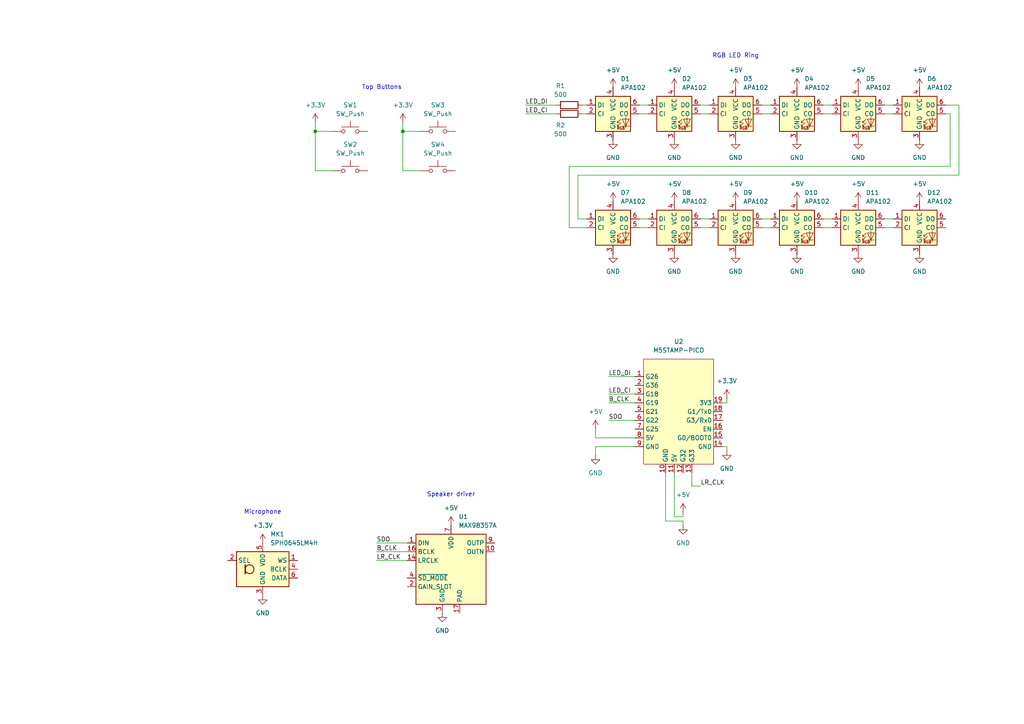
<source format=kicad_sch>
(kicad_sch (version 20231120) (generator "eeschema") (generator_version "8.0")
  (paper "A4")
  (title_block (title "Echo ESPHome"))
  (lib_symbols
    (symbol "Audio:MAX98357A"
      (property "Reference" "U" (at -8.89 11.43 0))
      (property "Value" "MAX98357A" (at 10.16 11.43 0))
      (symbol "MAX98357A_1_1"
        (rectangle (start -10.16 10.16) (end 10.16 -10.16) (stroke (width 0.254)) (fill (type background)))
        (pin input line (at -12.7 7.62 0) (length 2.54) (name "DIN") (number "1"))
        (pin output line (at 12.7 5.08 180) (length 2.54) (name "OUTN") (number "10"))
        (pin passive line (at -2.54 -12.7 90) (length 2.54) hide (name "GND") (number "11"))
        (pin no_connect line (at 10.16 -5.08 180) (length 2.54) hide (name "NC") (number "12"))
        (pin no_connect line (at 10.16 -7.62 180) (length 2.54) hide (name "NC") (number "13"))
        (pin input line (at -12.7 2.54 0) (length 2.54) (name "LRCLK") (number "14"))
        (pin passive line (at -2.54 -12.7 90) (length 2.54) hide (name "GND") (number "15"))
        (pin input line (at -12.7 5.08 0) (length 2.54) (name "BCLK") (number "16"))
        (pin unspecified line (at 2.54 -12.7 90) (length 2.54) (name "PAD") (number "17"))
        (pin passive line (at -12.7 -5.08 0) (length 2.54) (name "GAIN_SLOT") (number "2"))
        (pin power_in line (at -2.54 -12.7 90) (length 2.54) (name "GND") (number "3"))
        (pin input line (at -12.7 -2.54 0) (length 2.54) (name "~{SD_MODE}") (number "4"))
        (pin no_connect line (at 10.16 2.54 180) (length 2.54) hide (name "NC") (number "5"))
        (pin no_connect line (at 10.16 0 180) (length 2.54) hide (name "NC") (number "6"))
        (pin power_in line (at 0 12.7 270) (length 2.54) (name "VDD") (number "7"))
        (pin passive line (at 0 12.7 270) (length 2.54) hide (name "VDD") (number "8"))
        (pin output line (at 12.7 7.62 180) (length 2.54) (name "OUTP") (number "9"))
      )
    )
    (symbol "Boad_dev:M5STAMP-PICO"
      (property "Reference" "U" (at 0 20.32 0))
      (property "Value" "M5STAMP-PICO" (at 2.54 13.97 0))
      (symbol "M5STAMP-PICO_0_1"
        (rectangle (start -10.16 19.05) (end 10.16 -11.43) (stroke (width 0.1524)) (fill (type background)))
      )
      (symbol "M5STAMP-PICO_1_1"
        (pin bidirectional line (at -12.7 13.97 0) (length 2.54) (name "G26") (number "1"))
        (pin power_in line (at -3.81 -13.97 90) (length 2.54) (name "GND") (number "10"))
        (pin power_in line (at -1.27 -13.97 90) (length 2.54) (name "5V") (number "11"))
        (pin bidirectional line (at 1.27 -13.97 90) (length 2.54) (name "G32") (number "12"))
        (pin bidirectional line (at 3.81 -13.97 90) (length 2.54) (name "G33") (number "13"))
        (pin power_in line (at 12.7 -6.35 180) (length 2.54) (name "GND") (number "14"))
        (pin bidirectional line (at 12.7 -3.81 180) (length 2.54) (name "G0/BOOT0") (number "15"))
        (pin input line (at 12.7 -1.27 180) (length 2.54) (name "EN") (number "16"))
        (pin bidirectional line (at 12.7 1.27 180) (length 2.54) (name "G3/Rx0") (number "17"))
        (pin bidirectional line (at 12.7 3.81 180) (length 2.54) (name "G1/Tx0") (number "18"))
        (pin power_out line (at 12.7 6.35 180) (length 2.54) (name "3V3") (number "19"))
        (pin bidirectional line (at -12.7 11.43 0) (length 2.54) (name "G36") (number "2"))
        (pin bidirectional line (at -12.7 8.89 0) (length 2.54) (name "G18") (number "3"))
        (pin bidirectional line (at -12.7 6.35 0) (length 2.54) (name "G19") (number "4"))
        (pin bidirectional line (at -12.7 3.81 0) (length 2.54) (name "G21") (number "5"))
        (pin bidirectional line (at -12.7 1.27 0) (length 2.54) (name "G22") (number "6"))
        (pin bidirectional line (at -12.7 -1.27 0) (length 2.54) (name "G25") (number "7"))
        (pin power_in line (at -12.7 -3.81 0) (length 2.54) (name "5V") (number "8"))
        (pin power_in line (at -12.7 -6.35 0) (length 2.54) (name "GND") (number "9"))
      )
    )
    (symbol "Device:R" (pin_numbers hide) (pin_names (offset 0))
      (property "Reference" "R" (at 2.032 0 90))
      (property "Value" "R" (at 0 0 90))
      (symbol "R_0_1"
        (rectangle (start -1.016 -2.54) (end 1.016 2.54) (stroke (width 0.254)))
      )
      (symbol "R_1_1"
        (pin passive line (at 0 3.81 270) (length 1.27) (name "~") (number "1"))
        (pin passive line (at 0 -3.81 90) (length 1.27) (name "~") (number "2"))
      )
    )
    (symbol "LED:APA102"
      (property "Reference" "D" (at 5.08 5.715 0))
      (property "Value" "APA102" (at 1.27 -5.715 0))
      (symbol "APA102_0_0"
        (text "RGB" (at 2.286 -4.191 0) (effects (font (size 0.762 0.762))))
      )
      (symbol "APA102_0_1"
        (polyline (pts (xy 1.27 -3.556) (xy 1.778 -3.556)))
        (polyline (pts (xy 1.27 -2.54) (xy 1.778 -2.54)))
        (polyline (pts (xy 4.699 -3.556) (xy 2.667 -3.556)))
        (polyline (pts (xy 2.286 -2.54) (xy 1.27 -3.556) (xy 1.27 -3.048)))
        (polyline (pts (xy 2.286 -1.524) (xy 1.27 -2.54) (xy 1.27 -2.032)))
        (polyline (pts (xy 3.683 -1.016) (xy 3.683 -3.556) (xy 3.683 -4.064)))
        (polyline (pts (xy 4.699 -1.524) (xy 2.667 -1.524) (xy 3.683 -3.556) (xy 4.699 -1.524)))
        (rectangle (start 5.08 5.08) (end -5.08 -5.08) (stroke (width 0.254)) (fill (type background)))
      )
      (symbol "APA102_1_1"
        (pin input line (at -7.62 2.54 0) (length 2.54) (name "DI") (number "1"))
        (pin input line (at -7.62 0 0) (length 2.54) (name "CI") (number "2"))
        (pin power_in line (at 0 -7.62 90) (length 2.54) (name "GND") (number "3"))
        (pin power_in line (at 0 7.62 270) (length 2.54) (name "VCC") (number "4"))
        (pin output line (at 7.62 0 180) (length 2.54) (name "CO") (number "5"))
        (pin output line (at 7.62 2.54 180) (length 2.54) (name "DO") (number "6"))
      )
    )
    (symbol "Sensor_Audio:SPH0645LM4H"
      (property "Reference" "MK" (at -7.62 6.35 0))
      (property "Value" "SPH0645LM4H" (at 1.27 6.35 0))
      (symbol "SPH0645LM4H_1_1"
        (rectangle (start -7.62 5.08) (end 7.62 -5.08) (stroke (width 0.254)) (fill (type background)))
        (circle (center -3.81 0) (radius 1.27) (stroke (width 0.254)))
        (polyline (pts (xy -5.08 1.27) (xy -5.08 -1.27)) (stroke (width 0.381)))
        (pin input line (at 10.16 2.54 180) (length 2.54) (name "WS") (number "1"))
        (pin input line (at -10.16 2.54 0) (length 2.54) (name "SEL") (number "2"))
        (pin power_in line (at 0 -7.62 90) (length 2.54) (name "GND") (number "3"))
        (pin input line (at 10.16 0 180) (length 2.54) (name "BCLK") (number "4"))
        (pin power_in line (at 0 7.62 270) (length 2.54) (name "VDD") (number "5"))
        (pin output line (at 10.16 -2.54 180) (length 2.54) (name "DATA") (number "6"))
      )
    )
    (symbol "Switch:SW_Push" (pin_numbers hide) (pin_names (offset 1.016) hide)
      (property "Reference" "SW" (at 1.27 2.54 0))
      (property "Value" "SW_Push" (at 0 -1.524 0))
      (symbol "SW_Push_0_1"
        (circle (center -2.032 0) (radius 0.508))
        (polyline (pts (xy 0 1.27) (xy 0 3.048)))
        (polyline (pts (xy 2.54 1.27) (xy -2.54 1.27)))
        (circle (center 2.032 0) (radius 0.508))
        (pin passive line (at -5.08 0 0) (length 2.54) (name "1") (number "1"))
        (pin passive line (at 5.08 0 180) (length 2.54) (name "2") (number "2"))
      )
    )
    (symbol "power:+3.3V" (power) (pin_numbers hide) (pin_names (offset 0) hide)
      (property "Value" "+3.3V" (at 0 3.556 0))
      (symbol "+3.3V_0_1"
        (polyline (pts (xy -0.762 1.27) (xy 0 2.54)))
        (polyline (pts (xy 0 0) (xy 0 2.54)))
        (polyline (pts (xy 0 2.54) (xy 0.762 1.27)))
      )
      (symbol "+3.3V_1_1"
        (pin power_in line (at 0 0 90) (length 0) (name "~") (number "1"))
      )
    )
    (symbol "power:+5V" (power) (pin_numbers hide) (pin_names (offset 0) hide)
      (property "Value" "+5V" (at 0 3.556 0))
      (symbol "+5V_0_1"
        (polyline (pts (xy -0.762 1.27) (xy 0 2.54)))
        (polyline (pts (xy 0 0) (xy 0 2.54)))
        (polyline (pts (xy 0 2.54) (xy 0.762 1.27)))
      )
      (symbol "+5V_1_1"
        (pin power_in line (at 0 0 90) (length 0) (name "~") (number "1"))
      )
    )
    (symbol "power:GND" (power) (pin_numbers hide) (pin_names (offset 0) hide)
      (property "Value" "GND" (at 0 -3.81 0))
      (symbol "GND_0_1"
        (polyline (pts (xy 0 0) (xy 0 -1.27) (xy 1.27 -1.27) (xy 0 -2.54) (xy -1.27 -1.27) (xy 0 -1.27)))
      )
      (symbol "GND_1_1"
        (pin power_in line (at 0 0 270) (length 0) (name "~") (number "1"))
      )
    )
  )
  (junction (at 91.44 38.1))
  (junction (at 116.84 38.1))
  (wire (pts (xy 185.42 30.48) (xy 187.96 30.48)))
  (wire (pts (xy 209.55 129.54) (xy 210.82 129.54)))
  (wire (pts (xy 275.59 48.26) (xy 165.1 48.26)))
  (wire (pts (xy 172.72 124.46) (xy 172.72 127)))
  (wire (pts (xy 170.18 63.5) (xy 167.64 63.5)))
  (wire (pts (xy 185.42 33.02) (xy 187.96 33.02)))
  (wire (pts (xy 256.54 66.04) (xy 259.08 66.04)))
  (wire (pts (xy 238.76 66.04) (xy 241.3 66.04)))
  (wire (pts (xy 109.22 160.02) (xy 118.11 160.02)))
  (wire (pts (xy 198.12 149.86) (xy 198.12 148.59)))
  (wire (pts (xy 203.2 140.97) (xy 200.66 140.97)))
  (wire (pts (xy 165.1 48.26) (xy 165.1 66.04)))
  (wire (pts (xy 203.2 33.02) (xy 205.74 33.02)))
  (wire (pts (xy 172.72 127) (xy 184.15 127)))
  (wire (pts (xy 185.42 63.5) (xy 187.96 63.5)))
  (wire (pts (xy 275.59 33.02) (xy 275.59 48.26)))
  (wire (pts (xy 210.82 116.84) (xy 209.55 116.84)))
  (wire (pts (xy 116.84 35.56) (xy 116.84 38.1)))
  (wire (pts (xy 116.84 38.1) (xy 121.92 38.1)))
  (wire (pts (xy 168.91 33.02) (xy 170.18 33.02)))
  (wire (pts (xy 274.32 30.48) (xy 278.13 30.48)))
  (wire (pts (xy 238.76 30.48) (xy 241.3 30.48)))
  (wire (pts (xy 198.12 151.13) (xy 198.12 152.4)))
  (wire (pts (xy 256.54 63.5) (xy 259.08 63.5)))
  (wire (pts (xy 220.98 30.48) (xy 223.52 30.48)))
  (wire (pts (xy 109.22 162.56) (xy 118.11 162.56)))
  (wire (pts (xy 274.32 33.02) (xy 275.59 33.02)))
  (wire (pts (xy 91.44 49.53) (xy 96.52 49.53)))
  (wire (pts (xy 91.44 35.56) (xy 91.44 38.1)))
  (wire (pts (xy 195.58 137.16) (xy 195.58 149.86)))
  (wire (pts (xy 167.64 50.8) (xy 278.13 50.8)))
  (wire (pts (xy 193.04 151.13) (xy 193.04 137.16)))
  (wire (pts (xy 238.76 33.02) (xy 241.3 33.02)))
  (wire (pts (xy 210.82 129.54) (xy 210.82 130.81)))
  (wire (pts (xy 168.91 30.48) (xy 170.18 30.48)))
  (wire (pts (xy 210.82 115.57) (xy 210.82 116.84)))
  (wire (pts (xy 116.84 49.53) (xy 121.92 49.53)))
  (wire (pts (xy 238.76 63.5) (xy 241.3 63.5)))
  (wire (pts (xy 91.44 38.1) (xy 96.52 38.1)))
  (wire (pts (xy 165.1 66.04) (xy 170.18 66.04)))
  (wire (pts (xy 203.2 63.5) (xy 205.74 63.5)))
  (wire (pts (xy 172.72 132.08) (xy 172.72 129.54)))
  (wire (pts (xy 172.72 129.54) (xy 184.15 129.54)))
  (wire (pts (xy 220.98 63.5) (xy 223.52 63.5)))
  (wire (pts (xy 176.53 114.3) (xy 184.15 114.3)))
  (wire (pts (xy 220.98 66.04) (xy 223.52 66.04)))
  (wire (pts (xy 195.58 149.86) (xy 198.12 149.86)))
  (wire (pts (xy 116.84 38.1) (xy 116.84 49.53)))
  (wire (pts (xy 91.44 38.1) (xy 91.44 49.53)))
  (wire (pts (xy 203.2 66.04) (xy 205.74 66.04)))
  (wire (pts (xy 176.53 109.22) (xy 184.15 109.22)))
  (wire (pts (xy 152.4 30.48) (xy 161.29 30.48)))
  (wire (pts (xy 109.22 157.48) (xy 118.11 157.48)))
  (wire (pts (xy 220.98 33.02) (xy 223.52 33.02)))
  (wire (pts (xy 176.53 121.92) (xy 184.15 121.92)))
  (wire (pts (xy 167.64 63.5) (xy 167.64 50.8)))
  (wire (pts (xy 198.12 151.13) (xy 193.04 151.13)))
  (wire (pts (xy 176.53 116.84) (xy 184.15 116.84)))
  (wire (pts (xy 185.42 66.04) (xy 187.96 66.04)))
  (wire (pts (xy 152.4 33.02) (xy 161.29 33.02)))
  (wire (pts (xy 203.2 30.48) (xy 205.74 30.48)))
  (wire (pts (xy 200.66 140.97) (xy 200.66 137.16)))
  (wire (pts (xy 256.54 30.48) (xy 259.08 30.48)))
  (wire (pts (xy 256.54 33.02) (xy 259.08 33.02)))
  (wire (pts (xy 278.13 50.8) (xy 278.13 30.48)))
  (text "Speaker driver" (at 130.81 143.51 0) (effects (font (size 1.27 1.27))))
  (text "Top Buttons" (at 110.744 25.4 0) (effects (font (size 1.27 1.27))))
  (text "RGB LED Ring" (at 213.36 16.256 0) (effects (font (size 1.27 1.27))))
  (text "Microphone" (at 76.2 148.59 0) (effects (font (size 1.27 1.27))))
  (label "LR_CLK" (at 109.22 162.56 0))
  (label "LED_CI" (at 176.53 114.3 0))
  (label "B_CLK" (at 176.53 116.84 0))
  (label "SDO" (at 176.53 121.92 0))
  (label "LED_DI" (at 176.53 109.22 0))
  (label "B_CLK" (at 109.22 160.02 0))
  (label "SDO" (at 109.22 157.48 0))
  (label "LED_CI" (at 152.4 33.02 0))
  (label "LR_CLK" (at 203.2 140.97 0))
  (label "LED_DI" (at 152.4 30.48 0))
  (symbol (lib_id "power:+5V") (at 248.92 25.4 0) (unit 1)
    (property "Reference" "#PWR015" (effects (hide yes)))
    (property "Value" "+5V" (at 248.92 20.32 0))
    (property "Description" "Power symbol creates a global label with name \"+5V\"" (effects (hide yes)))
  )
  (symbol (lib_id "Switch:SW_Push") (at 101.6 49.53 0) (unit 1)
    (property "Reference" "SW2" (at 101.6 41.91 0))
    (property "Value" "SW_Push" (at 101.6 44.45 0))
    (property "Description" "Push button switch, generic, two pins" (effects (hide yes)))
  )
  (symbol (lib_id "LED:APA102") (at 248.92 66.04 0) (unit 1)
    (property "Reference" "D11" (at 251.1141 55.88 0) (effects (justify left)))
    (property "Value" "APA102" (at 251.1141 58.42 0) (effects (justify left)))
    (property "Footprint" "LED_SMD:LED_RGB_5050-6" (effects (hide yes)))
    (property "Datasheet" "https://www.americanbrightled.com/pdffiles/led-components/plcc/BL-HBGR32L-3-TRB-8.pdf" (effects (hide yes)))
    (property "Description" "RGB LED with integrated controller" (effects (hide yes)))
  )
  (symbol (lib_id "power:+3.3V") (at 76.2 157.48 0) (unit 1)
    (property "Reference" "#PWR032" (effects (hide yes)))
    (property "Value" "+3.3V" (at 76.2 152.4 0))
    (property "Description" "Power symbol creates a global label with name \"+3.3V\"" (effects (hide yes)))
  )
  (symbol (lib_id "power:GND") (at 76.2 172.72 0) (unit 1)
    (property "Reference" "#PWR031" (effects (hide yes)))
    (property "Value" "GND" (at 76.2 177.8 0))
    (property "Description" "Power symbol creates a global label with name \"GND\" , ground" (effects (hide yes)))
  )
  (symbol (lib_id "LED:APA102") (at 195.58 33.02 0) (unit 1)
    (property "Reference" "D2" (at 197.7741 22.86 0) (effects (justify left)))
    (property "Value" "APA102" (at 197.7741 25.4 0) (effects (justify left)))
    (property "Footprint" "LED_SMD:LED_RGB_5050-6" (effects (hide yes)))
    (property "Datasheet" "https://www.americanbrightled.com/pdffiles/led-components/plcc/BL-HBGR32L-3-TRB-8.pdf" (effects (hide yes)))
    (property "Description" "RGB LED with integrated controller" (effects (hide yes)))
  )
  (symbol (lib_id "LED:APA102") (at 213.36 33.02 0) (unit 1)
    (property "Reference" "D3" (at 215.5541 22.86 0) (effects (justify left)))
    (property "Value" "APA102" (at 215.5541 25.4 0) (effects (justify left)))
    (property "Footprint" "LED_SMD:LED_RGB_5050-6" (effects (hide yes)))
    (property "Datasheet" "https://www.americanbrightled.com/pdffiles/led-components/plcc/BL-HBGR32L-3-TRB-8.pdf" (effects (hide yes)))
    (property "Description" "RGB LED with integrated controller" (effects (hide yes)))
  )
  (symbol (lib_id "Boad_dev:M5STAMP-PICO") (at 196.85 123.19 0) (unit 1)
    (property "Reference" "U2" (at 196.85 99.06 0))
    (property "Value" "M5STAMP-PICO" (at 196.85 101.6 0))
    (property "Footprint" "Boad_dev:M5STAMP-PICO" (effects (hide yes)))
    (property "Datasheet" "https://docs.m5stack.com/en/core/stamp_pico" (effects (hide yes)))
  )
  (symbol (lib_id "power:GND") (at 266.7 40.64 0) (unit 1)
    (property "Reference" "#PWR018" (effects (hide yes)))
    (property "Value" "GND" (at 266.7 45.72 0))
    (property "Description" "Power symbol creates a global label with name \"GND\" , ground" (effects (hide yes)))
  )
  (symbol (lib_id "power:+5V") (at 266.7 58.42 0) (unit 1)
    (property "Reference" "#PWR029" (effects (hide yes)))
    (property "Value" "+5V" (at 266.7 53.34 0))
    (property "Description" "Power symbol creates a global label with name \"+5V\"" (effects (hide yes)))
  )
  (symbol (lib_id "LED:APA102") (at 231.14 33.02 0) (unit 1)
    (property "Reference" "D4" (at 233.3341 22.86 0) (effects (justify left)))
    (property "Value" "APA102" (at 233.3341 25.4 0) (effects (justify left)))
    (property "Footprint" "LED_SMD:LED_RGB_5050-6" (effects (hide yes)))
    (property "Datasheet" "https://www.americanbrightled.com/pdffiles/led-components/plcc/BL-HBGR32L-3-TRB-8.pdf" (effects (hide yes)))
    (property "Description" "RGB LED with integrated controller" (effects (hide yes)))
  )
  (symbol (lib_id "power:+5V") (at 172.72 124.46 0) (unit 1)
    (property "Reference" "#PWR05" (effects (hide yes)))
    (property "Value" "+5V" (at 172.72 119.38 0))
    (property "Description" "Power symbol creates a global label with name \"+5V\"" (effects (hide yes)))
  )
  (symbol (lib_id "power:GND") (at 195.58 40.64 0) (unit 1)
    (property "Reference" "#PWR010" (effects (hide yes)))
    (property "Value" "GND" (at 195.58 45.72 0))
    (property "Description" "Power symbol creates a global label with name \"GND\" , ground" (effects (hide yes)))
  )
  (symbol (lib_id "power:+3.3V") (at 210.82 115.57 0) (unit 1)
    (property "Reference" "#PWR033" (effects (hide yes)))
    (property "Value" "+3.3V" (at 210.82 110.49 0))
    (property "Description" "Power symbol creates a global label with name \"+3.3V\"" (effects (hide yes)))
  )
  (symbol (lib_id "power:GND") (at 172.72 132.08 0) (unit 1)
    (property "Reference" "#PWR06" (effects (hide yes)))
    (property "Value" "GND" (at 172.72 137.16 0))
    (property "Description" "Power symbol creates a global label with name \"GND\" , ground" (effects (hide yes)))
  )
  (symbol (lib_id "power:+5V") (at 248.92 58.42 0) (unit 1)
    (property "Reference" "#PWR027" (effects (hide yes)))
    (property "Value" "+5V" (at 248.92 53.34 0))
    (property "Description" "Power symbol creates a global label with name \"+5V\"" (effects (hide yes)))
  )
  (symbol (lib_id "power:+3.3V") (at 116.84 35.56 0) (unit 1)
    (property "Reference" "#PWR036" (effects (hide yes)))
    (property "Value" "+3.3V" (at 116.84 30.48 0))
    (property "Description" "Power symbol creates a global label with name \"+3.3V\"" (effects (hide yes)))
  )
  (symbol (lib_id "power:+5V") (at 177.8 58.42 0) (unit 1)
    (property "Reference" "#PWR019" (effects (hide yes)))
    (property "Value" "+5V" (at 177.8 53.34 0))
    (property "Description" "Power symbol creates a global label with name \"+5V\"" (effects (hide yes)))
  )
  (symbol (lib_id "power:+5V") (at 198.12 148.59 0) (unit 1)
    (property "Reference" "#PWR01" (effects (hide yes)))
    (property "Value" "+5V" (at 198.12 143.51 0))
    (property "Description" "Power symbol creates a global label with name \"+5V\"" (effects (hide yes)))
  )
  (symbol (lib_id "power:GND") (at 177.8 73.66 0) (unit 1)
    (property "Reference" "#PWR020" (effects (hide yes)))
    (property "Value" "GND" (at 177.8 78.74 0))
    (property "Description" "Power symbol creates a global label with name \"GND\" , ground" (effects (hide yes)))
  )
  (symbol (lib_id "power:+3.3V") (at 91.44 35.56 0) (unit 1)
    (property "Reference" "#PWR035" (effects (hide yes)))
    (property "Value" "+3.3V" (at 91.44 30.48 0))
    (property "Description" "Power symbol creates a global label with name \"+3.3V\"" (effects (hide yes)))
  )
  (symbol (lib_id "Switch:SW_Push") (at 101.6 38.1 0) (unit 1)
    (property "Reference" "SW1" (at 101.6 30.48 0))
    (property "Value" "SW_Push" (at 101.6 33.02 0))
    (property "Description" "Push button switch, generic, two pins" (effects (hide yes)))
  )
  (symbol (lib_id "power:GND") (at 128.27 177.8 0) (unit 1)
    (property "Reference" "#PWR03" (effects (hide yes)))
    (property "Value" "GND" (at 128.27 182.88 0))
    (property "Description" "Power symbol creates a global label with name \"GND\" , ground" (effects (hide yes)))
  )
  (symbol (lib_id "LED:APA102") (at 266.7 66.04 0) (unit 1)
    (property "Reference" "D12" (at 268.8941 55.88 0) (effects (justify left)))
    (property "Value" "APA102" (at 268.8941 58.42 0) (effects (justify left)))
    (property "Footprint" "LED_SMD:LED_RGB_5050-6" (effects (hide yes)))
    (property "Datasheet" "https://www.americanbrightled.com/pdffiles/led-components/plcc/BL-HBGR32L-3-TRB-8.pdf" (effects (hide yes)))
    (property "Description" "RGB LED with integrated controller" (effects (hide yes)))
  )
  (symbol (lib_id "power:GND") (at 231.14 73.66 0) (unit 1)
    (property "Reference" "#PWR026" (effects (hide yes)))
    (property "Value" "GND" (at 231.14 78.74 0))
    (property "Description" "Power symbol creates a global label with name \"GND\" , ground" (effects (hide yes)))
  )
  (symbol (lib_id "Switch:SW_Push") (at 127 49.53 0) (unit 1)
    (property "Reference" "SW4" (at 127 41.91 0))
    (property "Value" "SW_Push" (at 127 44.45 0))
    (property "Description" "Push button switch, generic, two pins" (effects (hide yes)))
  )
  (symbol (lib_id "LED:APA102") (at 266.7 33.02 0) (unit 1)
    (property "Reference" "D6" (at 268.8941 22.86 0) (effects (justify left)))
    (property "Value" "APA102" (at 268.8941 25.4 0) (effects (justify left)))
    (property "Footprint" "LED_SMD:LED_RGB_5050-6" (effects (hide yes)))
    (property "Datasheet" "https://www.americanbrightled.com/pdffiles/led-components/plcc/BL-HBGR32L-3-TRB-8.pdf" (effects (hide yes)))
    (property "Description" "RGB LED with integrated controller" (effects (hide yes)))
  )
  (symbol (lib_id "LED:APA102") (at 177.8 66.04 0) (unit 1)
    (property "Reference" "D7" (at 179.9941 55.88 0) (effects (justify left)))
    (property "Value" "APA102" (at 179.9941 58.42 0) (effects (justify left)))
    (property "Footprint" "LED_SMD:LED_RGB_5050-6" (effects (hide yes)))
    (property "Datasheet" "https://www.americanbrightled.com/pdffiles/led-components/plcc/BL-HBGR32L-3-TRB-8.pdf" (effects (hide yes)))
    (property "Description" "RGB LED with integrated controller" (effects (hide yes)))
  )
  (symbol (lib_id "power:GND") (at 198.12 152.4 0) (unit 1)
    (property "Reference" "#PWR034" (effects (hide yes)))
    (property "Value" "GND" (at 198.12 157.48 0))
    (property "Description" "Power symbol creates a global label with name \"GND\" , ground" (effects (hide yes)))
  )
  (symbol (lib_id "power:GND") (at 248.92 40.64 0) (unit 1)
    (property "Reference" "#PWR016" (effects (hide yes)))
    (property "Value" "GND" (at 248.92 45.72 0))
    (property "Description" "Power symbol creates a global label with name \"GND\" , ground" (effects (hide yes)))
  )
  (symbol (lib_id "power:+5V") (at 177.8 25.4 0) (unit 1)
    (property "Reference" "#PWR07" (effects (hide yes)))
    (property "Value" "+5V" (at 177.8 20.32 0))
    (property "Description" "Power symbol creates a global label with name \"+5V\"" (effects (hide yes)))
  )
  (symbol (lib_id "power:GND") (at 248.92 73.66 0) (unit 1)
    (property "Reference" "#PWR028" (effects (hide yes)))
    (property "Value" "GND" (at 248.92 78.74 0))
    (property "Description" "Power symbol creates a global label with name \"GND\" , ground" (effects (hide yes)))
  )
  (symbol (lib_id "Audio:MAX98357A") (at 130.81 165.1 0) (unit 1)
    (property "Reference" "U1" (at 133.0041 149.86 0) (effects (justify left)))
    (property "Value" "MAX98357A" (at 133.0041 152.4 0) (effects (justify left)))
    (property "Footprint" "Package_DFN_QFN:TQFN-16-1EP_3x3mm_P0.5mm_EP1.23x1.23mm" (effects (hide yes)))
    (property "Datasheet" "https://www.analog.com/media/en/technical-documentation/data-sheets/MAX98357A-MAX98357B.pdf" (effects (hide yes)))
    (property "Description" "Mono DAC with amplifier, I2S, PCM, TDM, 32-bit, 96khz, 3.2W, TQFP-16" (effects (hide yes)))
  )
  (symbol (lib_id "power:GND") (at 213.36 40.64 0) (unit 1)
    (property "Reference" "#PWR012" (effects (hide yes)))
    (property "Value" "GND" (at 213.36 45.72 0))
    (property "Description" "Power symbol creates a global label with name \"GND\" , ground" (effects (hide yes)))
  )
  (symbol (lib_id "LED:APA102") (at 231.14 66.04 0) (unit 1)
    (property "Reference" "D10" (at 233.3341 55.88 0) (effects (justify left)))
    (property "Value" "APA102" (at 233.3341 58.42 0) (effects (justify left)))
    (property "Footprint" "LED_SMD:LED_RGB_5050-6" (effects (hide yes)))
    (property "Datasheet" "https://www.americanbrightled.com/pdffiles/led-components/plcc/BL-HBGR32L-3-TRB-8.pdf" (effects (hide yes)))
    (property "Description" "RGB LED with integrated controller" (effects (hide yes)))
  )
  (symbol (lib_id "power:GND") (at 195.58 73.66 0) (unit 1)
    (property "Reference" "#PWR022" (effects (hide yes)))
    (property "Value" "GND" (at 195.58 78.74 0))
    (property "Description" "Power symbol creates a global label with name \"GND\" , ground" (effects (hide yes)))
  )
  (symbol (lib_id "power:GND") (at 210.82 130.81 0) (unit 1)
    (property "Reference" "#PWR04" (effects (hide yes)))
    (property "Value" "GND" (at 210.82 135.89 0))
    (property "Description" "Power symbol creates a global label with name \"GND\" , ground" (effects (hide yes)))
  )
  (symbol (lib_id "power:+5V") (at 213.36 58.42 0) (unit 1)
    (property "Reference" "#PWR023" (effects (hide yes)))
    (property "Value" "+5V" (at 213.36 53.34 0))
    (property "Description" "Power symbol creates a global label with name \"+5V\"" (effects (hide yes)))
  )
  (symbol (lib_id "LED:APA102") (at 195.58 66.04 0) (unit 1)
    (property "Reference" "D8" (at 197.7741 55.88 0) (effects (justify left)))
    (property "Value" "APA102" (at 197.7741 58.42 0) (effects (justify left)))
    (property "Footprint" "LED_SMD:LED_RGB_5050-6" (effects (hide yes)))
    (property "Datasheet" "https://www.americanbrightled.com/pdffiles/led-components/plcc/BL-HBGR32L-3-TRB-8.pdf" (effects (hide yes)))
    (property "Description" "RGB LED with integrated controller" (effects (hide yes)))
  )
  (symbol (lib_id "Device:R") (at 165.1 33.02 90) (unit 1)
    (property "Reference" "R2" (at 162.56 36.322 90))
    (property "Value" "500" (at 162.56 38.862 90))
    (property "Description" "Resistor" (effects (hide yes)))
  )
  (symbol (lib_id "power:+5V") (at 195.58 25.4 0) (unit 1)
    (property "Reference" "#PWR09" (effects (hide yes)))
    (property "Value" "+5V" (at 195.58 20.32 0))
    (property "Description" "Power symbol creates a global label with name \"+5V\"" (effects (hide yes)))
  )
  (symbol (lib_id "LED:APA102") (at 213.36 66.04 0) (unit 1)
    (property "Reference" "D9" (at 215.5541 55.88 0) (effects (justify left)))
    (property "Value" "APA102" (at 215.5541 58.42 0) (effects (justify left)))
    (property "Footprint" "LED_SMD:LED_RGB_5050-6" (effects (hide yes)))
    (property "Datasheet" "https://www.americanbrightled.com/pdffiles/led-components/plcc/BL-HBGR32L-3-TRB-8.pdf" (effects (hide yes)))
    (property "Description" "RGB LED with integrated controller" (effects (hide yes)))
  )
  (symbol (lib_id "power:+5V") (at 231.14 25.4 0) (unit 1)
    (property "Reference" "#PWR013" (effects (hide yes)))
    (property "Value" "+5V" (at 231.14 20.32 0))
    (property "Description" "Power symbol creates a global label with name \"+5V\"" (effects (hide yes)))
  )
  (symbol (lib_id "power:GND") (at 213.36 73.66 0) (unit 1)
    (property "Reference" "#PWR024" (effects (hide yes)))
    (property "Value" "GND" (at 213.36 78.74 0))
    (property "Description" "Power symbol creates a global label with name \"GND\" , ground" (effects (hide yes)))
  )
  (symbol (lib_id "power:+5V") (at 266.7 25.4 0) (unit 1)
    (property "Reference" "#PWR017" (effects (hide yes)))
    (property "Value" "+5V" (at 266.7 20.32 0))
    (property "Description" "Power symbol creates a global label with name \"+5V\"" (effects (hide yes)))
  )
  (symbol (lib_id "LED:APA102") (at 177.8 33.02 0) (unit 1)
    (property "Reference" "D1" (at 179.9941 22.86 0) (effects (justify left)))
    (property "Value" "APA102" (at 179.9941 25.4 0) (effects (justify left)))
    (property "Footprint" "LED_SMD:LED_RGB_5050-6" (effects (hide yes)))
    (property "Datasheet" "https://www.americanbrightled.com/pdffiles/led-components/plcc/BL-HBGR32L-3-TRB-8.pdf" (effects (hide yes)))
    (property "Description" "RGB LED with integrated controller" (effects (hide yes)))
  )
  (symbol (lib_id "Switch:SW_Push") (at 127 38.1 0) (unit 1)
    (property "Reference" "SW3" (at 127 30.48 0))
    (property "Value" "SW_Push" (at 127 33.02 0))
    (property "Description" "Push button switch, generic, two pins" (effects (hide yes)))
  )
  (symbol (lib_id "Sensor_Audio:SPH0645LM4H") (at 76.2 165.1 0) (unit 1)
    (property "Reference" "MK1" (at 78.3941 154.94 0) (effects (justify left)))
    (property "Value" "SPH0645LM4H" (at 78.3941 157.48 0) (effects (justify left)))
    (property "Footprint" "Sensor_Audio:Knowles_SPH0645LM4H-6_3.5x2.65mm" (effects (hide yes)))
    (property "Datasheet" "https://www.knowles.com/docs/default-source/default-document-library/sph0645lm4h-1-datasheet.pdf" (effects (hide yes)))
    (property "Description" "Knowles MEMS Microphone, 24-bit I2S, 65 dBA SNR, LGA-6" (effects (hide yes)))
  )
  (symbol (lib_id "Device:R") (at 165.1 30.48 90) (unit 1)
    (property "Reference" "R1" (at 162.56 24.892 90))
    (property "Value" "500" (at 162.56 27.432 90))
    (property "Description" "Resistor" (effects (hide yes)))
  )
  (symbol (lib_id "power:GND") (at 266.7 73.66 0) (unit 1)
    (property "Reference" "#PWR030" (effects (hide yes)))
    (property "Value" "GND" (at 266.7 78.74 0))
    (property "Description" "Power symbol creates a global label with name \"GND\" , ground" (effects (hide yes)))
  )
  (symbol (lib_id "power:GND") (at 231.14 40.64 0) (unit 1)
    (property "Reference" "#PWR014" (effects (hide yes)))
    (property "Value" "GND" (at 231.14 45.72 0))
    (property "Description" "Power symbol creates a global label with name \"GND\" , ground" (effects (hide yes)))
  )
  (symbol (lib_id "power:+5V") (at 231.14 58.42 0) (unit 1)
    (property "Reference" "#PWR025" (effects (hide yes)))
    (property "Value" "+5V" (at 231.14 53.34 0))
    (property "Description" "Power symbol creates a global label with name \"+5V\"" (effects (hide yes)))
  )
  (symbol (lib_id "power:+5V") (at 213.36 25.4 0) (unit 1)
    (property "Reference" "#PWR011" (effects (hide yes)))
    (property "Value" "+5V" (at 213.36 20.32 0))
    (property "Description" "Power symbol creates a global label with name \"+5V\"" (effects (hide yes)))
  )
  (symbol (lib_id "power:GND") (at 177.8 40.64 0) (unit 1)
    (property "Reference" "#PWR08" (effects (hide yes)))
    (property "Value" "GND" (at 177.8 45.72 0))
    (property "Description" "Power symbol creates a global label with name \"GND\" , ground" (effects (hide yes)))
  )
  (symbol (lib_id "power:+5V") (at 130.81 152.4 0) (unit 1)
    (property "Reference" "#PWR02" (effects (hide yes)))
    (property "Value" "+5V" (at 130.81 147.32 0))
    (property "Description" "Power symbol creates a global label with name \"+5V\"" (effects (hide yes)))
  )
  (symbol (lib_id "LED:APA102") (at 248.92 33.02 0) (unit 1)
    (property "Reference" "D5" (at 251.1141 22.86 0) (effects (justify left)))
    (property "Value" "APA102" (at 251.1141 25.4 0) (effects (justify left)))
    (property "Footprint" "LED_SMD:LED_RGB_5050-6" (effects (hide yes)))
    (property "Datasheet" "https://www.americanbrightled.com/pdffiles/led-components/plcc/BL-HBGR32L-3-TRB-8.pdf" (effects (hide yes)))
    (property "Description" "RGB LED with integrated controller" (effects (hide yes)))
  )
  (symbol (lib_id "power:+5V") (at 195.58 58.42 0) (unit 1)
    (property "Reference" "#PWR021" (effects (hide yes)))
    (property "Value" "+5V" (at 195.58 53.34 0))
    (property "Description" "Power symbol creates a global label with name \"+5V\"" (effects (hide yes)))
  )
)
</source>
